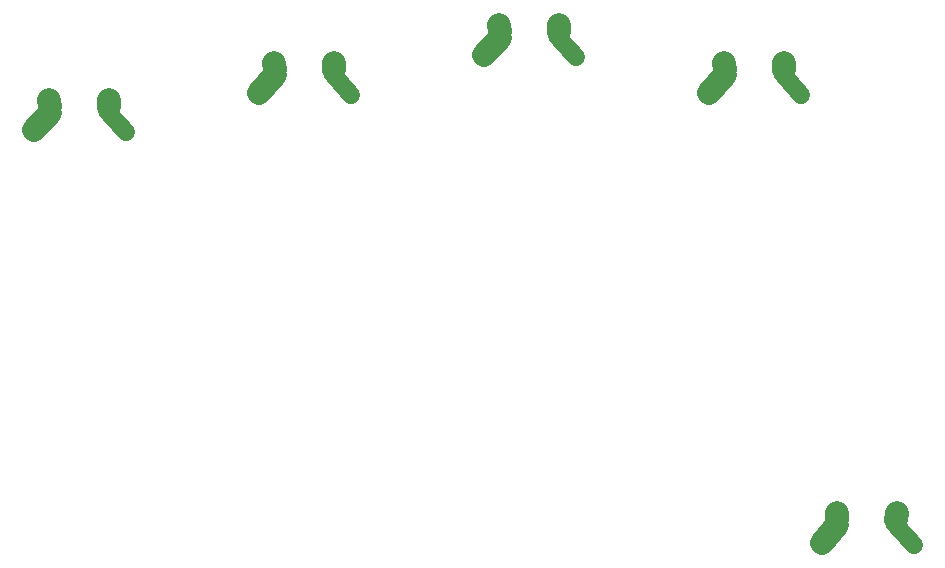
<source format=gbr>
G04 #@! TF.GenerationSoftware,KiCad,Pcbnew,(5.1.5)-3*
G04 #@! TF.CreationDate,2020-09-15T11:54:06+03:00*
G04 #@! TF.ProjectId,reset,72657365-742e-46b6-9963-61645f706362,rev?*
G04 #@! TF.SameCoordinates,Original*
G04 #@! TF.FileFunction,Paste,Top*
G04 #@! TF.FilePolarity,Positive*
%FSLAX46Y46*%
G04 Gerber Fmt 4.6, Leading zero omitted, Abs format (unit mm)*
G04 Created by KiCad (PCBNEW (5.1.5)-3) date 2020-09-15 11:54:06*
%MOMM*%
%LPD*%
G04 APERTURE LIST*
%ADD10C,2.000000*%
%ADD11C,1.500000*%
G04 APERTURE END LIST*
D10*
X132714999Y-115570000D02*
X132675001Y-116150000D01*
X126365005Y-118110004D02*
X127674995Y-116649996D01*
X127635001Y-115570000D02*
X127674999Y-116150000D01*
D11*
X134151954Y-118296082D02*
X132508046Y-116463918D01*
D10*
X123189999Y-77470000D02*
X123150001Y-78050000D01*
X116840005Y-80010004D02*
X118149995Y-78549996D01*
X118110001Y-77470000D02*
X118149999Y-78050000D01*
D11*
X124626954Y-80196082D02*
X122983046Y-78363918D01*
D10*
X104139999Y-74295000D02*
X104100001Y-74875000D01*
X97790005Y-76835004D02*
X99099995Y-75374996D01*
X99060001Y-74295000D02*
X99099999Y-74875000D01*
D11*
X105576954Y-77021082D02*
X103933046Y-75188918D01*
D10*
X85089999Y-77470000D02*
X85050001Y-78050000D01*
X78740005Y-80010004D02*
X80049995Y-78549996D01*
X80010001Y-77470000D02*
X80049999Y-78050000D01*
D11*
X86526954Y-80196082D02*
X84883046Y-78363918D01*
D10*
X66039999Y-80645000D02*
X66000001Y-81225000D01*
X59690005Y-83185004D02*
X60999995Y-81724996D01*
X60960001Y-80645000D02*
X60999999Y-81225000D01*
D11*
X67476954Y-83371082D02*
X65833046Y-81538918D01*
M02*

</source>
